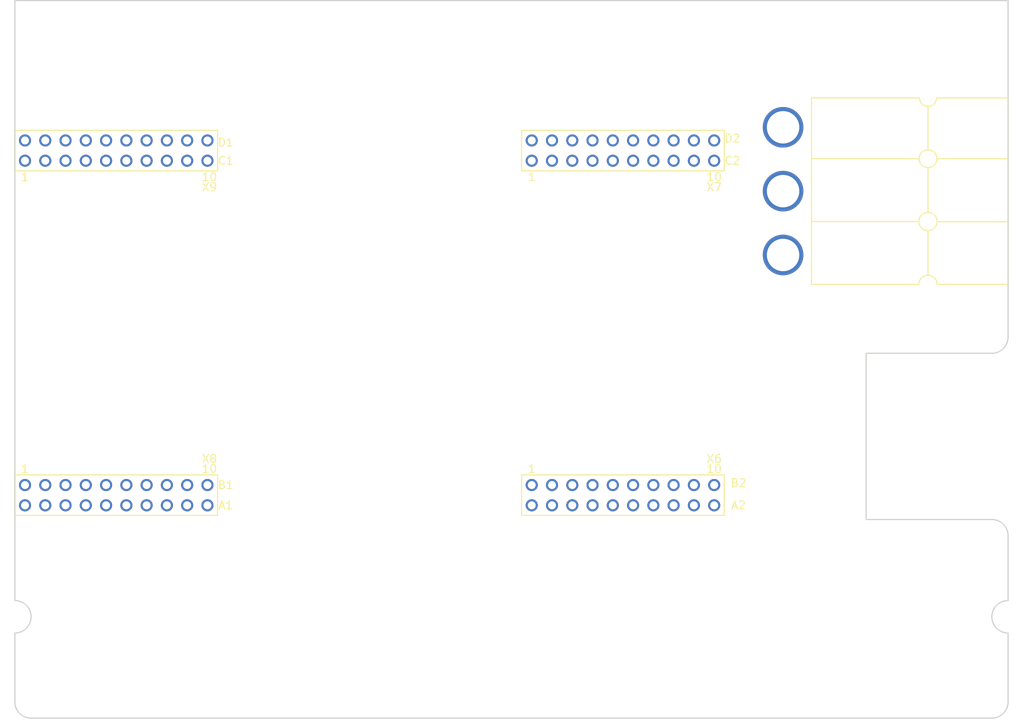
<source format=kicad_pcb>
(kicad_pcb (version 4) (host pcbnew 4.0.7)

  (general
    (links 0)
    (no_connects 0)
    (area 91.364999 54.026999 215.975001 144.093001)
    (thickness 1.6)
    (drawings 18)
    (tracks 0)
    (zones 0)
    (modules 2)
    (nets 1)
  )

  (page A4)
  (layers
    (0 F.Cu signal)
    (31 B.Cu signal)
    (32 B.Adhes user)
    (33 F.Adhes user)
    (34 B.Paste user)
    (35 F.Paste user)
    (36 B.SilkS user)
    (37 F.SilkS user)
    (38 B.Mask user)
    (39 F.Mask user)
    (40 Dwgs.User user)
    (41 Cmts.User user)
    (42 Eco1.User user)
    (43 Eco2.User user)
    (44 Edge.Cuts user)
    (45 Margin user)
    (46 B.CrtYd user)
    (47 F.CrtYd user)
    (48 B.Fab user)
    (49 F.Fab user)
  )

  (setup
    (last_trace_width 0.25)
    (trace_clearance 0.2)
    (zone_clearance 0.508)
    (zone_45_only no)
    (trace_min 0.2)
    (segment_width 0.2)
    (edge_width 0.15)
    (via_size 0.6)
    (via_drill 0.4)
    (via_min_size 0.4)
    (via_min_drill 0.3)
    (uvia_size 0.3)
    (uvia_drill 0.1)
    (uvias_allowed no)
    (uvia_min_size 0.2)
    (uvia_min_drill 0.1)
    (pcb_text_width 0.3)
    (pcb_text_size 1.5 1.5)
    (mod_edge_width 0.15)
    (mod_text_size 1 1)
    (mod_text_width 0.15)
    (pad_size 1.524 1.524)
    (pad_drill 0.762)
    (pad_to_mask_clearance 0.2)
    (aux_axis_origin 0 0)
    (visible_elements FFFFFF7F)
    (pcbplotparams
      (layerselection 0x00030_80000001)
      (usegerberextensions false)
      (excludeedgelayer true)
      (linewidth 0.100000)
      (plotframeref false)
      (viasonmask false)
      (mode 1)
      (useauxorigin false)
      (hpglpennumber 1)
      (hpglpenspeed 20)
      (hpglpendiameter 15)
      (hpglpenoverlay 2)
      (psnegative false)
      (psa4output false)
      (plotreference true)
      (plotvalue true)
      (plotinvisibletext false)
      (padsonsilk false)
      (subtractmaskfromsilk false)
      (outputformat 1)
      (mirror false)
      (drillshape 1)
      (scaleselection 1)
      (outputdirectory ""))
  )

  (net 0 "")

  (net_class Default "This is the default net class."
    (clearance 0.2)
    (trace_width 0.25)
    (via_dia 0.6)
    (via_drill 0.4)
    (uvia_dia 0.3)
    (uvia_drill 0.1)
  )

  (module MRDT_Shields:TM4C129E_Launchpad_FULL (layer F.Cu) (tedit 5B7841CE) (tstamp 5B7F528E)
    (at 91.44 118.618)
    (fp_text reference REF** (at 122.174 -0.762 180) (layer F.SilkS) hide
      (effects (font (size 1 1) (thickness 0.15)))
    )
    (fp_text value TM4C129E_Launchpad_FULL (at 45.974 1.016) (layer F.Fab) hide
      (effects (font (size 1 1) (thickness 0.15)))
    )
    (fp_line (start 124.46 23.3426) (end 124.46 22.86) (layer F.Fab) (width 0.15))
    (fp_line (start 121.92 25.4) (end 122.428 25.4) (layer F.Fab) (width 0.15))
    (fp_line (start 2.032 25.146) (end 2.032 25.654) (layer F.Fab) (width 0.05))
    (fp_line (start 2.032 25.4) (end 2.54 25.4) (layer F.Fab) (width 0.15))
    (fp_line (start 0 22.86) (end 0 23.368) (layer F.Fab) (width 0.15))
    (fp_arc (start 122.428 -22.352) (end 124.46 -22.352) (angle 90) (layer F.Fab) (width 0.15))
    (fp_arc (start 124.46 12.7) (end 122.428 12.7) (angle 90) (layer F.Fab) (width 0.15))
    (fp_arc (start 124.46 12.7) (end 124.46 14.732) (angle 90) (layer F.Fab) (width 0.15))
    (fp_arc (start 0 12.7) (end 2.032 12.7) (angle 90) (layer F.Fab) (width 0.15))
    (fp_arc (start 0 12.7) (end 0 10.668) (angle 90) (layer F.Fab) (width 0.15))
    (fp_line (start 0 22.86) (end 0 14.732) (layer F.Fab) (width 0.15))
    (fp_line (start 0 10.668) (end 0 0.508) (layer F.Fab) (width 0.15))
    (fp_line (start 124.46 14.732) (end 124.46 22.86) (layer F.Fab) (width 0.15))
    (fp_line (start 124.46 10.668) (end 124.46 2.54) (layer F.Fab) (width 0.15))
    (fp_line (start 2.54 25.4) (end 121.92 25.4) (layer F.Fab) (width 0.15))
    (fp_text user "Keep Out" (at 110.744 -17.526) (layer F.Fab)
      (effects (font (size 1 1) (thickness 0.15)))
    )
    (fp_text user "Ethernet Jack" (at 112.522 -19.05) (layer F.Fab)
      (effects (font (size 1 1) (thickness 0.15)))
    )
    (fp_text user "Expand out this way -->" (at -1.016 -45.974 90) (layer F.Fab)
      (effects (font (size 1 1) (thickness 0.15)))
    )
    (fp_text user 1 (at 1.27 -42.418 180) (layer F.SilkS)
      (effects (font (size 1 1) (thickness 0.15)))
    )
    (fp_text user 10 (at 24.384 -42.418 180) (layer F.SilkS)
      (effects (font (size 1 1) (thickness 0.15)))
    )
    (fp_text user 1 (at 1.27 -5.842 180) (layer F.SilkS)
      (effects (font (size 1 1) (thickness 0.15)))
    )
    (fp_text user 10 (at 24.384 -5.842 180) (layer F.SilkS)
      (effects (font (size 1 1) (thickness 0.15)))
    )
    (fp_text user 1 (at 64.77 -42.418 180) (layer F.SilkS)
      (effects (font (size 1 1) (thickness 0.15)))
    )
    (fp_text user 10 (at 87.63 -42.418 180) (layer F.SilkS)
      (effects (font (size 1 1) (thickness 0.15)))
    )
    (fp_text user 10 (at 87.63 -5.842 180) (layer F.SilkS)
      (effects (font (size 1 1) (thickness 0.15)))
    )
    (fp_text user 1 (at 64.77 -5.842 180) (layer F.SilkS)
      (effects (font (size 1 1) (thickness 0.15)))
    )
    (fp_text user X9 (at 24.384 -41.148 180) (layer F.SilkS)
      (effects (font (size 1 1) (thickness 0.15)))
    )
    (fp_text user X8 (at 24.384 -7.112 180) (layer F.SilkS)
      (effects (font (size 1 1) (thickness 0.15)))
    )
    (fp_text user X7 (at 87.63 -41.148 180) (layer F.SilkS)
      (effects (font (size 1 1) (thickness 0.15)))
    )
    (fp_text user X6 (at 87.63 -7.112) (layer F.SilkS)
      (effects (font (size 1 1) (thickness 0.15)))
    )
    (fp_text user "Boosterpack 1" (at 12.7 -56.896) (layer F.Fab)
      (effects (font (size 1 1) (thickness 0.15)))
    )
    (fp_text user "Boosterpack 2" (at 75.692 -56.896) (layer F.Fab)
      (effects (font (size 1 1) (thickness 0.15)))
    )
    (fp_line (start 122.428 -20.32) (end 106.68 -20.32) (layer F.Fab) (width 0.15))
    (fp_line (start 106.68 -20.32) (end 106.68 0.508) (layer F.Fab) (width 0.15))
    (fp_line (start 124.46 -55.88) (end 124.46 -22.352) (layer F.Fab) (width 0.15))
    (fp_line (start 0 0.508) (end 122.428 0.508) (layer F.Fab) (width 0.15))
    (fp_line (start 0 -55.88) (end 124.46 -55.88) (layer F.Fab) (width 0.15))
    (fp_line (start 0 -55.88) (end 0 0.508) (layer F.Fab) (width 0.15))
    (fp_text user C1 (at 26.416 -44.45 180) (layer F.SilkS)
      (effects (font (size 1 1) (thickness 0.15)))
    )
    (fp_text user D1 (at 26.416 -46.736 180) (layer F.SilkS)
      (effects (font (size 1 1) (thickness 0.15)))
    )
    (fp_text user C2 (at 89.916 -44.45 180) (layer F.SilkS)
      (effects (font (size 1 1) (thickness 0.15)))
    )
    (fp_text user D2 (at 89.916 -47.244) (layer F.SilkS)
      (effects (font (size 1 1) (thickness 0.15)))
    )
    (fp_text user B1 (at 26.416 -3.81 180) (layer F.SilkS)
      (effects (font (size 1 1) (thickness 0.15)))
    )
    (fp_text user A1 (at 26.416 -1.27 180) (layer F.SilkS)
      (effects (font (size 1 1) (thickness 0.15)))
    )
    (fp_text user B2 (at 90.678 -4.064 180) (layer F.SilkS)
      (effects (font (size 1 1) (thickness 0.15)))
    )
    (fp_text user A2 (at 90.678 -1.27 180) (layer F.SilkS)
      (effects (font (size 1 1) (thickness 0.15)))
    )
    (fp_line (start 25.4 0) (end 25.4 -5.08) (layer F.SilkS) (width 0.15))
    (fp_line (start 25.4 -5.08) (end 0 -5.08) (layer F.SilkS) (width 0.15))
    (fp_line (start 0 -5.08) (end 0 0) (layer F.SilkS) (width 0.15))
    (fp_line (start 0 0) (end 25.4 0) (layer F.SilkS) (width 0.15))
    (fp_line (start 25.4 -43.18) (end 25.4 -48.26) (layer F.SilkS) (width 0.15))
    (fp_line (start 25.4 -48.26) (end 0 -48.26) (layer F.SilkS) (width 0.15))
    (fp_line (start 0 -48.26) (end 0 -43.18) (layer F.SilkS) (width 0.15))
    (fp_line (start 0 -43.18) (end 25.4 -43.18) (layer F.SilkS) (width 0.15))
    (fp_line (start 88.9 -5.08) (end 63.5 -5.08) (layer F.SilkS) (width 0.15))
    (fp_line (start 63.5 -43.18) (end 88.9 -43.18) (layer F.SilkS) (width 0.15))
    (fp_line (start 88.9 0) (end 88.9 -5.08) (layer F.SilkS) (width 0.15))
    (fp_line (start 63.5 -5.08) (end 63.5 0) (layer F.SilkS) (width 0.15))
    (fp_line (start 63.5 0) (end 88.9 0) (layer F.SilkS) (width 0.15))
    (fp_line (start 88.9 -43.18) (end 88.9 -48.26) (layer F.SilkS) (width 0.15))
    (fp_line (start 88.9 -48.26) (end 63.5 -48.26) (layer F.SilkS) (width 0.15))
    (fp_line (start 63.5 -48.26) (end 63.5 -43.18) (layer F.SilkS) (width 0.15))
    (fp_arc (start 2.032 23.368) (end 2.032 25.4) (angle 90) (layer F.Fab) (width 0.15))
    (fp_line (start 0.254 23.368) (end -0.254 23.368) (layer F.Fab) (width 0.05))
    (fp_line (start 2.032 23.114) (end 2.032 23.622) (layer F.Fab) (width 0.05))
    (fp_line (start 1.778 23.368) (end 2.286 23.368) (layer F.Fab) (width 0.05))
    (fp_line (start 0 12.446) (end 0 12.954) (layer F.Fab) (width 0.05))
    (fp_line (start -0.254 12.7) (end 0.254 12.7) (layer F.Fab) (width 0.05))
    (fp_line (start -0.254 14.732) (end 0.254 14.732) (layer F.Fab) (width 0.05))
    (fp_line (start 0 14.478) (end 0 14.986) (layer F.Fab) (width 0.05))
    (fp_line (start -0.254 10.668) (end 0.254 10.668) (layer F.Fab) (width 0.05))
    (fp_line (start 0 10.414) (end 0 10.922) (layer F.Fab) (width 0.05))
    (fp_line (start 124.46 12.446) (end 124.46 12.954) (layer F.Fab) (width 0.05))
    (fp_line (start 124.206 12.7) (end 124.714 12.7) (layer F.Fab) (width 0.05))
    (fp_line (start 124.206 14.732) (end 124.714 14.732) (layer F.Fab) (width 0.05))
    (fp_line (start 124.46 14.478) (end 124.46 14.986) (layer F.Fab) (width 0.05))
    (fp_line (start 124.206 10.668) (end 124.714 10.668) (layer F.Fab) (width 0.05))
    (fp_line (start 124.46 10.414) (end 124.46 10.922) (layer F.Fab) (width 0.05))
    (fp_arc (start 122.428 23.368) (end 124.46 23.368) (angle 90) (layer F.Fab) (width 0.15))
    (fp_line (start 124.206 23.368) (end 124.714 23.368) (layer F.Fab) (width 0.05))
    (fp_line (start 122.174 23.368) (end 122.682 23.368) (layer F.Fab) (width 0.05))
    (fp_line (start 122.428 23.114) (end 122.428 23.622) (layer F.Fab) (width 0.05))
    (fp_line (start 122.428 25.146) (end 122.428 25.654) (layer F.Fab) (width 0.05))
    (fp_arc (start 122.428 2.54) (end 122.428 0.508) (angle 90) (layer F.Fab) (width 0.15))
    (fp_line (start 122.174 2.54) (end 122.682 2.54) (layer F.Fab) (width 0.05))
    (fp_line (start 122.428 2.286) (end 122.428 2.794) (layer F.Fab) (width 0.05))
    (fp_line (start 124.206 2.54) (end 124.714 2.54) (layer F.Fab) (width 0.05))
    (fp_line (start 122.428 0.254) (end 122.428 0.762) (layer F.Fab) (width 0.05))
    (fp_line (start 122.428 -22.606) (end 122.428 -22.098) (layer F.Fab) (width 0.05))
    (fp_line (start 122.174 -22.352) (end 122.682 -22.352) (layer F.Fab) (width 0.05))
    (fp_line (start 124.206 -22.352) (end 124.714 -22.352) (layer F.Fab) (width 0.05))
    (fp_line (start 122.428 -20.574) (end 122.428 -20.066) (layer F.Fab) (width 0.05))
    (pad +3V3 thru_hole circle (at 64.77 -1.27 180) (size 1.52 1.52) (drill 1) (layers *.Cu *.Mask F.Paste))
    (pad PM6 thru_hole circle (at 87.63 -46.99 180) (size 1.52 1.52) (drill 1) (layers *.Cu *.Mask F.Paste))
    (pad PQ1 thru_hole circle (at 85.09 -46.99 180) (size 1.52 1.52) (drill 1) (layers *.Cu *.Mask F.Paste))
    (pad PQ2 thru_hole circle (at 77.47 -46.99 180) (size 1.52 1.52) (drill 1) (layers *.Cu *.Mask F.Paste))
    (pad PK0 thru_hole circle (at 74.93 -3.81 180) (size 1.52 1.52) (drill 1) (layers *.Cu *.Mask F.Paste))
    (pad PQ3 thru_hole circle (at 80.01 -46.99 180) (size 1.52 1.52) (drill 1) (layers *.Cu *.Mask F.Paste))
    (pad PP3 thru_hole circle (at 82.55 -46.99 180) (size 1.52 1.52) (drill 1) (layers *.Cu *.Mask F.Paste))
    (pad PQ0 thru_hole circle (at 80.01 -1.27 180) (size 1.52 1.52) (drill 1) (layers *.Cu *.Mask F.Paste))
    (pad PA4 thru_hole circle (at 85.09 -3.81 180) (size 1.52 1.52) (drill 1) (layers *.Cu *.Mask F.Paste))
    (pad Rese thru_hole circle (at 74.93 -46.99 180) (size 1.52 1.52) (drill 1) (layers *.Cu *.Mask F.Paste))
    (pad PA7 thru_hole circle (at 72.39 -46.99 180) (size 1.52 1.52) (drill 1) (layers *.Cu *.Mask F.Paste))
    (pad PN5 thru_hole circle (at 85.09 -1.27 180) (size 1.52 1.52) (drill 1) (layers *.Cu *.Mask F.Paste))
    (pad PK2 thru_hole circle (at 80.01 -3.81 180) (size 1.52 1.52) (drill 1) (layers *.Cu *.Mask F.Paste))
    (pad PK1 thru_hole circle (at 77.47 -3.81 180) (size 1.52 1.52) (drill 1) (layers *.Cu *.Mask F.Paste))
    (pad +5V thru_hole circle (at 64.77 -3.81 180) (size 1.52 1.52) (drill 1) (layers *.Cu *.Mask F.Paste))
    (pad GND thru_hole circle (at 67.31 -3.81 180) (size 1.52 1.52) (drill 1) (layers *.Cu *.Mask F.Paste))
    (pad PB4 thru_hole circle (at 69.85 -3.81 180) (size 1.52 1.52) (drill 1) (layers *.Cu *.Mask F.Paste))
    (pad PB5 thru_hole circle (at 72.39 -3.81 180) (size 1.52 1.52) (drill 1) (layers *.Cu *.Mask F.Paste))
    (pad PK3 thru_hole circle (at 82.55 -3.81 180) (size 1.52 1.52) (drill 1) (layers *.Cu *.Mask F.Paste))
    (pad PA5 thru_hole circle (at 87.63 -3.81 180) (size 1.52 1.52) (drill 1) (layers *.Cu *.Mask F.Paste))
    (pad PD2 thru_hole circle (at 67.31 -1.27 180) (size 1.52 1.52) (drill 1) (layers *.Cu *.Mask F.Paste))
    (pad PP0 thru_hole circle (at 69.85 -1.27 180) (size 1.52 1.52) (drill 1) (layers *.Cu *.Mask F.Paste))
    (pad PP1 thru_hole circle (at 72.39 -1.27 180) (size 1.52 1.52) (drill 1) (layers *.Cu *.Mask F.Paste))
    (pad PD4 thru_hole circle (at 74.93 -1.27 180) (size 1.52 1.52) (drill 1) (layers *.Cu *.Mask F.Paste))
    (pad PD5 thru_hole circle (at 77.47 -1.27 180) (size 1.52 1.52) (drill 1) (layers *.Cu *.Mask F.Paste))
    (pad PP4 thru_hole circle (at 82.55 -1.27 180) (size 1.52 1.52) (drill 1) (layers *.Cu *.Mask F.Paste))
    (pad PN4 thru_hole circle (at 87.63 -1.27 180) (size 1.52 1.52) (drill 1) (layers *.Cu *.Mask F.Paste))
    (pad PG1 thru_hole circle (at 64.77 -44.45 180) (size 1.52 1.52) (drill 1) (layers *.Cu *.Mask F.Paste))
    (pad PK4 thru_hole circle (at 67.31 -44.45 180) (size 1.52 1.52) (drill 1) (layers *.Cu *.Mask F.Paste))
    (pad PK5 thru_hole circle (at 69.85 -44.45 180) (size 1.52 1.52) (drill 1) (layers *.Cu *.Mask F.Paste))
    (pad PM0 thru_hole circle (at 72.39 -44.45 180) (size 1.52 1.52) (drill 1) (layers *.Cu *.Mask F.Paste))
    (pad PM1 thru_hole circle (at 74.93 -44.45 180) (size 1.52 1.52) (drill 1) (layers *.Cu *.Mask F.Paste))
    (pad PM2 thru_hole circle (at 77.47 -44.45 180) (size 1.52 1.52) (drill 1) (layers *.Cu *.Mask F.Paste))
    (pad PH0 thru_hole circle (at 80.01 -44.45 180) (size 1.52 1.52) (drill 1) (layers *.Cu *.Mask F.Paste))
    (pad PH1 thru_hole circle (at 82.55 -44.45 180) (size 1.52 1.52) (drill 1) (layers *.Cu *.Mask F.Paste))
    (pad PK6 thru_hole circle (at 85.09 -44.45 180) (size 1.52 1.52) (drill 1) (layers *.Cu *.Mask F.Paste))
    (pad PK7 thru_hole circle (at 87.63 -44.45 180) (size 1.52 1.52) (drill 1) (layers *.Cu *.Mask F.Paste))
    (pad GND thru_hole circle (at 64.77 -46.99 180) (size 1.52 1.52) (drill 1) (layers *.Cu *.Mask F.Paste))
    (pad PM7 thru_hole circle (at 67.31 -46.99 180) (size 1.52 1.52) (drill 1) (layers *.Cu *.Mask F.Paste))
    (pad PP5 thru_hole circle (at 69.85 -46.99 180) (size 1.52 1.52) (drill 1) (layers *.Cu *.Mask F.Paste))
    (pad +5V thru_hole circle (at 1.27 -3.81 180) (size 1.52 1.52) (drill 1) (layers *.Cu *.Mask F.Paste))
    (pad GND thru_hole circle (at 3.81 -3.81 180) (size 1.52 1.52) (drill 1) (layers *.Cu *.Mask F.Paste))
    (pad PE0 thru_hole circle (at 6.35 -3.81 180) (size 1.52 1.52) (drill 1) (layers *.Cu *.Mask F.Paste))
    (pad PE1 thru_hole circle (at 8.89 -3.81 180) (size 1.52 1.52) (drill 1) (layers *.Cu *.Mask F.Paste))
    (pad PE2 thru_hole circle (at 11.43 -3.81 180) (size 1.52 1.52) (drill 1) (layers *.Cu *.Mask F.Paste))
    (pad PE3 thru_hole circle (at 13.97 -3.81 180) (size 1.52 1.52) (drill 1) (layers *.Cu *.Mask F.Paste))
    (pad PD7 thru_hole circle (at 16.51 -3.81 180) (size 1.52 1.52) (drill 1) (layers *.Cu *.Mask F.Paste))
    (pad PA6 thru_hole circle (at 19.05 -3.81 180) (size 1.52 1.52) (drill 1) (layers *.Cu *.Mask F.Paste))
    (pad PM4 thru_hole circle (at 21.59 -3.81 180) (size 1.52 1.52) (drill 1) (layers *.Cu *.Mask F.Paste))
    (pad PM5 thru_hole circle (at 24.13 -3.81 180) (size 1.52 1.52) (drill 1) (layers *.Cu *.Mask F.Paste))
    (pad +3V3 thru_hole circle (at 1.27 -1.27 180) (size 1.52 1.52) (drill 1) (layers *.Cu *.Mask F.Paste))
    (pad PE4 thru_hole circle (at 3.81 -1.27 180) (size 1.52 1.52) (drill 1) (layers *.Cu *.Mask F.Paste))
    (pad PC4 thru_hole circle (at 6.35 -1.27 180) (size 1.52 1.52) (drill 1) (layers *.Cu *.Mask F.Paste))
    (pad PC5 thru_hole circle (at 8.89 -1.27 180) (size 1.52 1.52) (drill 1) (layers *.Cu *.Mask F.Paste))
    (pad PC6 thru_hole circle (at 11.43 -1.27 180) (size 1.52 1.52) (drill 1) (layers *.Cu *.Mask F.Paste))
    (pad PE5 thru_hole circle (at 13.97 -1.27 180) (size 1.52 1.52) (drill 1) (layers *.Cu *.Mask F.Paste))
    (pad PD3 thru_hole circle (at 16.51 -1.27 180) (size 1.52 1.52) (drill 1) (layers *.Cu *.Mask F.Paste))
    (pad PC7 thru_hole circle (at 19.05 -1.27 180) (size 1.52 1.52) (drill 1) (layers *.Cu *.Mask F.Paste))
    (pad PB2 thru_hole circle (at 21.59 -1.27 180) (size 1.52 1.52) (drill 1) (layers *.Cu *.Mask F.Paste))
    (pad PB3 thru_hole circle (at 24.13 -1.27 180) (size 1.52 1.52) (drill 1) (layers *.Cu *.Mask F.Paste))
    (pad PF1 thru_hole circle (at 1.27 -44.45 180) (size 1.52 1.52) (drill 1) (layers *.Cu *.Mask F.Paste))
    (pad PF2 thru_hole circle (at 3.81 -44.45 180) (size 1.52 1.52) (drill 1) (layers *.Cu *.Mask F.Paste))
    (pad PF3 thru_hole circle (at 6.35 -44.45 180) (size 1.52 1.52) (drill 1) (layers *.Cu *.Mask F.Paste))
    (pad PG0 thru_hole circle (at 8.89 -44.45 180) (size 1.52 1.52) (drill 1) (layers *.Cu *.Mask F.Paste))
    (pad PL4 thru_hole circle (at 11.43 -44.45 180) (size 1.52 1.52) (drill 1) (layers *.Cu *.Mask F.Paste))
    (pad PL5 thru_hole circle (at 13.97 -44.45 180) (size 1.52 1.52) (drill 1) (layers *.Cu *.Mask F.Paste))
    (pad PL0 thru_hole circle (at 16.51 -44.45 180) (size 1.52 1.52) (drill 1) (layers *.Cu *.Mask F.Paste))
    (pad PL1 thru_hole circle (at 19.05 -44.45 180) (size 1.52 1.52) (drill 1) (layers *.Cu *.Mask F.Paste))
    (pad PL2 thru_hole circle (at 21.59 -44.45 180) (size 1.52 1.52) (drill 1) (layers *.Cu *.Mask F.Paste))
    (pad PL3 thru_hole circle (at 24.13 -44.45 180) (size 1.52 1.52) (drill 1) (layers *.Cu *.Mask F.Paste))
    (pad GND thru_hole circle (at 1.27 -46.99 180) (size 1.52 1.52) (drill 1) (layers *.Cu *.Mask F.Paste))
    (pad PM3 thru_hole circle (at 3.81 -46.99 180) (size 1.52 1.52) (drill 1) (layers *.Cu *.Mask F.Paste))
    (pad PH2 thru_hole circle (at 6.35 -46.99 180) (size 1.52 1.52) (drill 1) (layers *.Cu *.Mask F.Paste))
    (pad PH3 thru_hole circle (at 8.89 -46.99 180) (size 1.52 1.52) (drill 1) (layers *.Cu *.Mask F.Paste))
    (pad Rese thru_hole circle (at 11.43 -46.99 180) (size 1.52 1.52) (drill 1) (layers *.Cu *.Mask F.Paste))
    (pad PD1 thru_hole circle (at 13.97 -46.99 180) (size 1.52 1.52) (drill 1) (layers *.Cu *.Mask F.Paste))
    (pad PD0 thru_hole circle (at 16.51 -46.99 180) (size 1.52 1.52) (drill 1) (layers *.Cu *.Mask F.Paste))
    (pad PN2 thru_hole circle (at 19.05 -46.99 180) (size 1.52 1.52) (drill 1) (layers *.Cu *.Mask F.Paste))
    (pad PN3 thru_hole circle (at 21.59 -46.99 180) (size 1.52 1.52) (drill 1) (layers *.Cu *.Mask F.Paste))
    (pad PP2 thru_hole circle (at 24.13 -46.99 180) (size 1.52 1.52) (drill 1) (layers *.Cu *.Mask F.Paste))
  )

  (module MRDT_Connectors:Anderson_3_Horisontal_Side_by_Side (layer F.Cu) (tedit 5AAD6D62) (tstamp 5B7F64FC)
    (at 191.2874 66.295 180)
    (fp_text reference REF** (at -1.8796 -6.858 180) (layer F.SilkS) hide
      (effects (font (size 1 1) (thickness 0.15)))
    )
    (fp_text value Anderson_3_Horisontal_Side_by_Side (at -12.8651 -24.384 180) (layer F.Fab)
      (effects (font (size 1 1) (thickness 0.15)))
    )
    (fp_line (start -14.5796 -6.4516) (end -14.5796 -1.0668) (layer F.SilkS) (width 0.15))
    (fp_arc (start -14.5796 0) (end -14.5796 -1.0668) (angle 90) (layer F.SilkS) (width 0.15))
    (fp_arc (start -14.5796 0) (end -15.6464 0) (angle 90) (layer F.SilkS) (width 0.15))
    (fp_line (start -13.462 0) (end -12.2428 0) (layer F.SilkS) (width 0.15))
    (fp_line (start -15.6972 0) (end -16.8656 0) (layer F.SilkS) (width 0.15))
    (fp_circle (center -14.5796 -7.62) (end -13.462 -7.62) (layer F.SilkS) (width 0.15))
    (fp_line (start -16.8656 0) (end -24.6126 0) (layer F.SilkS) (width 0.15))
    (fp_line (start -12.2936 0) (end 0 0) (layer F.SilkS) (width 0.15))
    (fp_line (start -15.7226 -23.368) (end -16.9418 -23.368) (layer F.SilkS) (width 0.15))
    (fp_arc (start -14.5796 -23.368) (end -13.4366 -23.368) (angle 90) (layer F.SilkS) (width 0.15))
    (fp_arc (start -14.5796 -23.368) (end -14.5796 -22.225) (angle 90) (layer F.SilkS) (width 0.15))
    (fp_line (start -12.2682 -7.62) (end -13.462 -7.62) (layer F.SilkS) (width 0.15))
    (fp_line (start -14.5796 -9.9314) (end -14.5796 -8.763) (layer F.SilkS) (width 0.15))
    (fp_line (start -16.891 -7.62) (end -15.7226 -7.62) (layer F.SilkS) (width 0.15))
    (fp_line (start -12.319 -23.368) (end -13.4112 -23.368) (layer F.SilkS) (width 0.15))
    (fp_line (start -14.5796 -22.225) (end -14.5796 -21.0566) (layer F.SilkS) (width 0.15))
    (fp_line (start -14.5796 -13.208) (end -14.5796 -14.351) (layer F.SilkS) (width 0.15))
    (fp_line (start -24.6126 -15.5194) (end -15.7226 -15.5194) (layer F.SilkS) (width 0.15))
    (fp_line (start -14.5796 -17.78) (end -14.5796 -16.637) (layer F.SilkS) (width 0.15))
    (fp_line (start -12.2936 -15.494) (end -13.4366 -15.494) (layer F.SilkS) (width 0.15))
    (fp_line (start -14.5796 -13.208) (end -14.5796 -9.906) (layer F.SilkS) (width 0.15))
    (fp_line (start -12.2936 -15.494) (end 0.0254 -15.494) (layer F.SilkS) (width 0.15))
    (fp_line (start -14.5796 -17.78) (end -14.5796 -21.0566) (layer F.SilkS) (width 0.15))
    (fp_circle (center -14.5796 -15.494) (end -14.5796 -14.351) (layer F.SilkS) (width 0.15))
    (fp_line (start -12.2936 -7.62) (end 0.0254 -7.62) (layer F.SilkS) (width 0.15))
    (fp_line (start -16.8656 -7.62) (end -24.6126 -7.62) (layer F.SilkS) (width 0.15))
    (fp_line (start -24.6126 -23.368) (end -16.8656 -23.368) (layer F.SilkS) (width 0.15))
    (fp_line (start -12.2936 -23.368) (end 0.0254 -23.368) (layer F.SilkS) (width 0.15))
    (fp_line (start -24.6166 0.002) (end -24.6166 -23.37) (layer F.SilkS) (width 0.15))
    (fp_line (start 0.0214 0.002) (end 0.0214 -23.37) (layer F.SilkS) (width 0.15))
    (pad 3 thru_hole circle (at 3.5814 -3.684 180) (size 5.08 5.08) (drill 4.06) (layers *.Cu *.Mask F.Paste))
    (pad 2 thru_hole circle (at 3.5814 -11.683 180) (size 5.08 5.08) (drill 4.06) (layers *.Cu *.Mask F.Paste))
    (pad 1 thru_hole circle (at 3.5814 -19.684 180) (size 5.08 5.08) (drill 4.06) (layers *.Cu *.Mask F.Paste))
  )

  (gr_arc (start 91.44 131.318) (end 91.44 129.286) (angle 90) (layer Edge.Cuts) (width 0.15) (tstamp 5B7F52A3))
  (gr_arc (start 91.44 131.318) (end 93.472 131.318) (angle 90) (layer Edge.Cuts) (width 0.15) (tstamp 5B7F52A2))
  (gr_arc (start 93.472 141.986) (end 93.472 144.018) (angle 90) (layer Edge.Cuts) (width 0.15) (tstamp 5B7F52A1))
  (gr_arc (start 213.868 141.986) (end 215.9 141.986) (angle 90) (layer Edge.Cuts) (width 0.15) (tstamp 5B7F52A0))
  (gr_arc (start 215.9 131.318) (end 215.9 133.35) (angle 90) (layer Edge.Cuts) (width 0.15) (tstamp 5B7F529F))
  (gr_arc (start 215.9 131.318) (end 213.868 131.318) (angle 90) (layer Edge.Cuts) (width 0.15) (tstamp 5B7F529D))
  (gr_arc (start 213.868 121.158) (end 213.868 119.126) (angle 90) (layer Edge.Cuts) (width 0.15) (tstamp 5B7F529B))
  (gr_arc (start 213.868 96.266) (end 215.9 96.266) (angle 90) (layer Edge.Cuts) (width 0.15))
  (gr_line (start 215.9 96.266) (end 215.9 54.102) (layer Edge.Cuts) (width 0.15))
  (gr_line (start 213.868 98.298) (end 198.12 98.298) (layer Edge.Cuts) (width 0.15))
  (gr_line (start 198.12 119.126) (end 198.12 98.298) (layer Edge.Cuts) (width 0.15))
  (gr_line (start 213.868 119.126) (end 198.12 119.126) (layer Edge.Cuts) (width 0.15))
  (gr_line (start 215.9 129.286) (end 215.9 121.158) (layer Edge.Cuts) (width 0.15))
  (gr_line (start 215.9 141.986) (end 215.9 133.35) (layer Edge.Cuts) (width 0.15))
  (gr_line (start 93.472 144.018) (end 213.868 144.018) (layer Edge.Cuts) (width 0.15))
  (gr_line (start 91.44 133.35) (end 91.44 141.986) (layer Edge.Cuts) (width 0.15))
  (gr_line (start 91.44 54.102) (end 91.44 129.286) (layer Edge.Cuts) (width 0.15))
  (gr_line (start 91.44 54.102) (end 215.9 54.102) (layer Edge.Cuts) (width 0.15))

)

</source>
